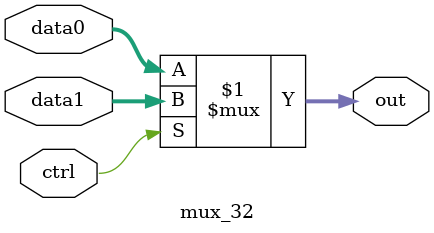
<source format=v>
`timescale 1ns / 1ps
module mux_32(data0,data1,ctrl,out
    );
	input [31:0] data0,data1;
	input ctrl;
	output [31:0]out;
	assign out=(ctrl)? data1:data0;

endmodule

</source>
